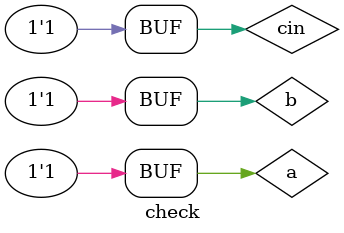
<source format=v>
module adder(input a,b,cin,output cout,sum);
assign sum=(a^b)^cin;
assign cout=(a&b)|(cin&b)|(cin&a);
endmodule
//test bench code starts
module check;
reg a;
reg b;
reg cin;
wire cout;
wire sum;
 adder UUT(.a(a),.b(b),.cin(cin),.cout(cout),.sum(sum));
initial begin
    a=0;
    b=0;
    cin=0;
    #10;
    a=0;
    b=1;
    cin=0;
    #10;
    a=0;
    b=0;
    cin=1;
    #10;
    a=0;
    b=1;
    cin=1;
    #10;
    a=1;
    b=0;
    cin=0;
    #10;
    a=1;
    b=1;
    cin=0;
    #10;
    a=1;
    b=0;
    cin=1;
    #10;
    a=1;
    b=1;
    cin=1;
    #10;
end
endmodule

</source>
